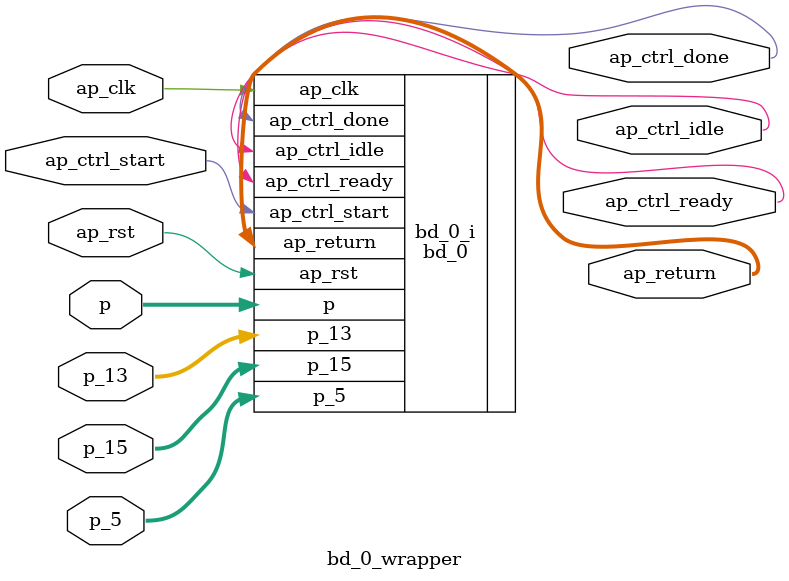
<source format=v>
`timescale 1 ps / 1 ps

module bd_0_wrapper
   (ap_clk,
    ap_ctrl_done,
    ap_ctrl_idle,
    ap_ctrl_ready,
    ap_ctrl_start,
    ap_return,
    ap_rst,
    p,
    p_13,
    p_15,
    p_5);
  input ap_clk;
  output ap_ctrl_done;
  output ap_ctrl_idle;
  output ap_ctrl_ready;
  input ap_ctrl_start;
  output [15:0]ap_return;
  input ap_rst;
  input [31:0]p;
  input [15:0]p_13;
  input [63:0]p_15;
  input [31:0]p_5;

  wire ap_clk;
  wire ap_ctrl_done;
  wire ap_ctrl_idle;
  wire ap_ctrl_ready;
  wire ap_ctrl_start;
  wire [15:0]ap_return;
  wire ap_rst;
  wire [31:0]p;
  wire [15:0]p_13;
  wire [63:0]p_15;
  wire [31:0]p_5;

  bd_0 bd_0_i
       (.ap_clk(ap_clk),
        .ap_ctrl_done(ap_ctrl_done),
        .ap_ctrl_idle(ap_ctrl_idle),
        .ap_ctrl_ready(ap_ctrl_ready),
        .ap_ctrl_start(ap_ctrl_start),
        .ap_return(ap_return),
        .ap_rst(ap_rst),
        .p(p),
        .p_13(p_13),
        .p_15(p_15),
        .p_5(p_5));
endmodule

</source>
